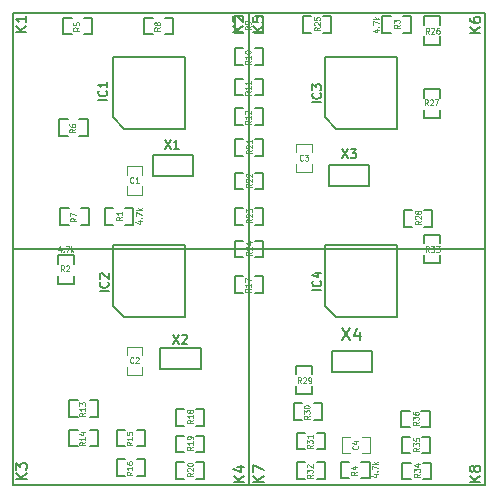
<source format=gto>
G04 (created by PCBNEW (2013-jul-07)-stable) date Mon 20 Apr 2015 12:40:06 PM PDT*
%MOIN*%
G04 Gerber Fmt 3.4, Leading zero omitted, Abs format*
%FSLAX34Y34*%
G01*
G70*
G90*
G04 APERTURE LIST*
%ADD10C,0.00590551*%
%ADD11C,0.008*%
%ADD12C,0.0047*%
%ADD13C,0.006*%
%ADD14C,0.005*%
%ADD15C,0.0045*%
G04 APERTURE END LIST*
G54D10*
G54D11*
X35266Y-35318D02*
X34916Y-35318D01*
X35266Y-35118D02*
X35066Y-35268D01*
X34916Y-35118D02*
X35116Y-35318D01*
X35066Y-34918D02*
X35050Y-34951D01*
X35033Y-34968D01*
X35000Y-34985D01*
X34983Y-34985D01*
X34950Y-34968D01*
X34933Y-34951D01*
X34916Y-34918D01*
X34916Y-34851D01*
X34933Y-34818D01*
X34950Y-34801D01*
X34983Y-34785D01*
X35000Y-34785D01*
X35033Y-34801D01*
X35050Y-34818D01*
X35066Y-34851D01*
X35066Y-34918D01*
X35083Y-34951D01*
X35100Y-34968D01*
X35133Y-34985D01*
X35200Y-34985D01*
X35233Y-34968D01*
X35250Y-34951D01*
X35266Y-34918D01*
X35266Y-34851D01*
X35250Y-34818D01*
X35233Y-34801D01*
X35200Y-34785D01*
X35133Y-34785D01*
X35100Y-34801D01*
X35083Y-34818D01*
X35066Y-34851D01*
X28046Y-35308D02*
X27696Y-35308D01*
X28046Y-35108D02*
X27846Y-35258D01*
X27696Y-35108D02*
X27896Y-35308D01*
X27696Y-34991D02*
X27696Y-34758D01*
X28046Y-34908D01*
X35276Y-20353D02*
X34926Y-20353D01*
X35276Y-20153D02*
X35076Y-20303D01*
X34926Y-20153D02*
X35126Y-20353D01*
X34926Y-19853D02*
X34926Y-19920D01*
X34943Y-19953D01*
X34960Y-19970D01*
X35010Y-20003D01*
X35076Y-20020D01*
X35210Y-20020D01*
X35243Y-20003D01*
X35260Y-19986D01*
X35276Y-19953D01*
X35276Y-19886D01*
X35260Y-19853D01*
X35243Y-19836D01*
X35210Y-19820D01*
X35126Y-19820D01*
X35093Y-19836D01*
X35076Y-19853D01*
X35060Y-19886D01*
X35060Y-19953D01*
X35076Y-19986D01*
X35093Y-20003D01*
X35126Y-20020D01*
X28041Y-20333D02*
X27691Y-20333D01*
X28041Y-20133D02*
X27841Y-20283D01*
X27691Y-20133D02*
X27891Y-20333D01*
X27691Y-19816D02*
X27691Y-19983D01*
X27858Y-20000D01*
X27841Y-19983D01*
X27825Y-19950D01*
X27825Y-19866D01*
X27841Y-19833D01*
X27858Y-19816D01*
X27891Y-19800D01*
X27975Y-19800D01*
X28008Y-19816D01*
X28025Y-19833D01*
X28041Y-19866D01*
X28041Y-19950D01*
X28025Y-19983D01*
X28008Y-20000D01*
X27406Y-35308D02*
X27056Y-35308D01*
X27406Y-35108D02*
X27206Y-35258D01*
X27056Y-35108D02*
X27256Y-35308D01*
X27173Y-34808D02*
X27406Y-34808D01*
X27040Y-34891D02*
X27290Y-34975D01*
X27290Y-34758D01*
X20146Y-35238D02*
X19796Y-35238D01*
X20146Y-35038D02*
X19946Y-35188D01*
X19796Y-35038D02*
X19996Y-35238D01*
X19796Y-34921D02*
X19796Y-34705D01*
X19930Y-34821D01*
X19930Y-34771D01*
X19946Y-34738D01*
X19963Y-34721D01*
X19996Y-34705D01*
X20080Y-34705D01*
X20113Y-34721D01*
X20130Y-34738D01*
X20146Y-34771D01*
X20146Y-34871D01*
X20130Y-34905D01*
X20113Y-34921D01*
X27371Y-20318D02*
X27021Y-20318D01*
X27371Y-20118D02*
X27171Y-20268D01*
X27021Y-20118D02*
X27221Y-20318D01*
X27055Y-19985D02*
X27038Y-19968D01*
X27021Y-19935D01*
X27021Y-19851D01*
X27038Y-19818D01*
X27055Y-19801D01*
X27088Y-19785D01*
X27121Y-19785D01*
X27171Y-19801D01*
X27371Y-20001D01*
X27371Y-19785D01*
X20141Y-20328D02*
X19791Y-20328D01*
X20141Y-20128D02*
X19941Y-20278D01*
X19791Y-20128D02*
X19991Y-20328D01*
X20141Y-19795D02*
X20141Y-19995D01*
X20141Y-19895D02*
X19791Y-19895D01*
X19841Y-19928D01*
X19875Y-19961D01*
X19891Y-19995D01*
G54D12*
X23484Y-25472D02*
X23484Y-25747D01*
X23484Y-25078D02*
X23484Y-24803D01*
X23996Y-25472D02*
X23996Y-25747D01*
X23996Y-24803D02*
X23996Y-25078D01*
X23990Y-25747D02*
X23490Y-25747D01*
X23490Y-24803D02*
X23990Y-24803D01*
G54D11*
X24370Y-24409D02*
X25708Y-24409D01*
X25708Y-24409D02*
X25708Y-25117D01*
X25708Y-25117D02*
X24370Y-25117D01*
X24370Y-25117D02*
X24370Y-24409D01*
X24606Y-30866D02*
X25944Y-30866D01*
X25944Y-30866D02*
X25944Y-31574D01*
X25944Y-31574D02*
X24606Y-31574D01*
X24606Y-31574D02*
X24606Y-30866D01*
X30236Y-24764D02*
X31574Y-24764D01*
X31574Y-24764D02*
X31574Y-25472D01*
X31574Y-25472D02*
X30236Y-25472D01*
X30236Y-25472D02*
X30236Y-24764D01*
X30315Y-30945D02*
X31653Y-30945D01*
X31653Y-30945D02*
X31653Y-31653D01*
X31653Y-31653D02*
X30315Y-31653D01*
X30315Y-31653D02*
X30315Y-30945D01*
G54D12*
X23484Y-31496D02*
X23484Y-31771D01*
X23484Y-31102D02*
X23484Y-30827D01*
X23996Y-31496D02*
X23996Y-31771D01*
X23996Y-30827D02*
X23996Y-31102D01*
X23990Y-31771D02*
X23490Y-31771D01*
X23490Y-30827D02*
X23990Y-30827D01*
G54D13*
X23012Y-23167D02*
X23012Y-21517D01*
X23012Y-21517D02*
X23012Y-21142D01*
X23012Y-21142D02*
X25412Y-21142D01*
X25412Y-21142D02*
X25412Y-23542D01*
X25412Y-23542D02*
X23387Y-23542D01*
X23387Y-23542D02*
X23012Y-23167D01*
X23012Y-29466D02*
X23012Y-27816D01*
X23012Y-27816D02*
X23012Y-27441D01*
X23012Y-27441D02*
X25412Y-27441D01*
X25412Y-27441D02*
X25412Y-29841D01*
X25412Y-29841D02*
X23387Y-29841D01*
X23387Y-29841D02*
X23012Y-29466D01*
X30099Y-23167D02*
X30099Y-21517D01*
X30099Y-21517D02*
X30099Y-21142D01*
X30099Y-21142D02*
X32499Y-21142D01*
X32499Y-21142D02*
X32499Y-23542D01*
X32499Y-23542D02*
X30474Y-23542D01*
X30474Y-23542D02*
X30099Y-23167D01*
X30099Y-29466D02*
X30099Y-27816D01*
X30099Y-27816D02*
X30099Y-27441D01*
X30099Y-27441D02*
X32499Y-27441D01*
X32499Y-27441D02*
X32499Y-29841D01*
X32499Y-29841D02*
X30474Y-29841D01*
X30474Y-29841D02*
X30099Y-29466D01*
G54D12*
X29133Y-24724D02*
X29133Y-24999D01*
X29133Y-24330D02*
X29133Y-24055D01*
X29645Y-24724D02*
X29645Y-24999D01*
X29645Y-24055D02*
X29645Y-24330D01*
X29639Y-24999D02*
X29139Y-24999D01*
X29139Y-24055D02*
X29639Y-24055D01*
X31319Y-34350D02*
X31594Y-34350D01*
X30925Y-34350D02*
X30650Y-34350D01*
X31319Y-33838D02*
X31594Y-33838D01*
X30650Y-33838D02*
X30925Y-33838D01*
X31594Y-33844D02*
X31594Y-34344D01*
X30650Y-34344D02*
X30650Y-33844D01*
G54D14*
X32913Y-32953D02*
X32635Y-32953D01*
X32635Y-32953D02*
X32635Y-33503D01*
X32635Y-33503D02*
X32913Y-33503D01*
X33585Y-32953D02*
X33307Y-32953D01*
X33585Y-32953D02*
X33585Y-33503D01*
X33585Y-33503D02*
X33307Y-33503D01*
X32932Y-33819D02*
X32654Y-33819D01*
X32654Y-33819D02*
X32654Y-34369D01*
X32654Y-34369D02*
X32932Y-34369D01*
X33604Y-33819D02*
X33326Y-33819D01*
X33604Y-33819D02*
X33604Y-34369D01*
X33604Y-34369D02*
X33326Y-34369D01*
X32952Y-34685D02*
X32674Y-34685D01*
X32674Y-34685D02*
X32674Y-35235D01*
X32674Y-35235D02*
X32952Y-35235D01*
X33624Y-34685D02*
X33346Y-34685D01*
X33624Y-34685D02*
X33624Y-35235D01*
X33624Y-35235D02*
X33346Y-35235D01*
X33936Y-27362D02*
X33936Y-27084D01*
X33936Y-27084D02*
X33386Y-27084D01*
X33386Y-27084D02*
X33386Y-27362D01*
X33936Y-28034D02*
X33936Y-27756D01*
X33936Y-28034D02*
X33386Y-28034D01*
X33386Y-28034D02*
X33386Y-27756D01*
X29822Y-35215D02*
X30100Y-35215D01*
X30100Y-35215D02*
X30100Y-34665D01*
X30100Y-34665D02*
X29822Y-34665D01*
X29150Y-35215D02*
X29428Y-35215D01*
X29150Y-35215D02*
X29150Y-34665D01*
X29150Y-34665D02*
X29428Y-34665D01*
X29822Y-34231D02*
X30100Y-34231D01*
X30100Y-34231D02*
X30100Y-33681D01*
X30100Y-33681D02*
X29822Y-33681D01*
X29150Y-34231D02*
X29428Y-34231D01*
X29150Y-34231D02*
X29150Y-33681D01*
X29150Y-33681D02*
X29428Y-33681D01*
X29724Y-33247D02*
X30002Y-33247D01*
X30002Y-33247D02*
X30002Y-32697D01*
X30002Y-32697D02*
X29724Y-32697D01*
X29052Y-33247D02*
X29330Y-33247D01*
X29052Y-33247D02*
X29052Y-32697D01*
X29052Y-32697D02*
X29330Y-32697D01*
X29664Y-31732D02*
X29664Y-31454D01*
X29664Y-31454D02*
X29114Y-31454D01*
X29114Y-31454D02*
X29114Y-31732D01*
X29664Y-32404D02*
X29664Y-32126D01*
X29664Y-32404D02*
X29114Y-32404D01*
X29114Y-32404D02*
X29114Y-32126D01*
X32991Y-26260D02*
X32713Y-26260D01*
X32713Y-26260D02*
X32713Y-26810D01*
X32713Y-26810D02*
X32991Y-26810D01*
X33663Y-26260D02*
X33385Y-26260D01*
X33663Y-26260D02*
X33663Y-26810D01*
X33663Y-26810D02*
X33385Y-26810D01*
X33386Y-22913D02*
X33386Y-23191D01*
X33386Y-23191D02*
X33936Y-23191D01*
X33936Y-23191D02*
X33936Y-22913D01*
X33386Y-22241D02*
X33386Y-22519D01*
X33386Y-22241D02*
X33936Y-22241D01*
X33936Y-22241D02*
X33936Y-22519D01*
X33936Y-20078D02*
X33936Y-19800D01*
X33936Y-19800D02*
X33386Y-19800D01*
X33386Y-19800D02*
X33386Y-20078D01*
X33936Y-20750D02*
X33936Y-20472D01*
X33936Y-20750D02*
X33386Y-20750D01*
X33386Y-20750D02*
X33386Y-20472D01*
X29625Y-19803D02*
X29347Y-19803D01*
X29347Y-19803D02*
X29347Y-20353D01*
X29347Y-20353D02*
X29625Y-20353D01*
X30297Y-19803D02*
X30019Y-19803D01*
X30297Y-19803D02*
X30297Y-20353D01*
X30297Y-20353D02*
X30019Y-20353D01*
X27362Y-27284D02*
X27084Y-27284D01*
X27084Y-27284D02*
X27084Y-27834D01*
X27084Y-27834D02*
X27362Y-27834D01*
X28034Y-27284D02*
X27756Y-27284D01*
X28034Y-27284D02*
X28034Y-27834D01*
X28034Y-27834D02*
X27756Y-27834D01*
X27362Y-26201D02*
X27084Y-26201D01*
X27084Y-26201D02*
X27084Y-26751D01*
X27084Y-26751D02*
X27362Y-26751D01*
X28034Y-26201D02*
X27756Y-26201D01*
X28034Y-26201D02*
X28034Y-26751D01*
X28034Y-26751D02*
X27756Y-26751D01*
X27362Y-25020D02*
X27084Y-25020D01*
X27084Y-25020D02*
X27084Y-25570D01*
X27084Y-25570D02*
X27362Y-25570D01*
X28034Y-25020D02*
X27756Y-25020D01*
X28034Y-25020D02*
X28034Y-25570D01*
X28034Y-25570D02*
X27756Y-25570D01*
X27362Y-23898D02*
X27084Y-23898D01*
X27084Y-23898D02*
X27084Y-24448D01*
X27084Y-24448D02*
X27362Y-24448D01*
X28034Y-23898D02*
X27756Y-23898D01*
X28034Y-23898D02*
X28034Y-24448D01*
X28034Y-24448D02*
X27756Y-24448D01*
X25393Y-34665D02*
X25115Y-34665D01*
X25115Y-34665D02*
X25115Y-35215D01*
X25115Y-35215D02*
X25393Y-35215D01*
X26065Y-34665D02*
X25787Y-34665D01*
X26065Y-34665D02*
X26065Y-35215D01*
X26065Y-35215D02*
X25787Y-35215D01*
X25393Y-33780D02*
X25115Y-33780D01*
X25115Y-33780D02*
X25115Y-34330D01*
X25115Y-34330D02*
X25393Y-34330D01*
X26065Y-33780D02*
X25787Y-33780D01*
X26065Y-33780D02*
X26065Y-34330D01*
X26065Y-34330D02*
X25787Y-34330D01*
X25393Y-32894D02*
X25115Y-32894D01*
X25115Y-32894D02*
X25115Y-33444D01*
X25115Y-33444D02*
X25393Y-33444D01*
X26065Y-32894D02*
X25787Y-32894D01*
X26065Y-32894D02*
X26065Y-33444D01*
X26065Y-33444D02*
X25787Y-33444D01*
X27756Y-29015D02*
X28034Y-29015D01*
X28034Y-29015D02*
X28034Y-28465D01*
X28034Y-28465D02*
X27756Y-28465D01*
X27084Y-29015D02*
X27362Y-29015D01*
X27084Y-29015D02*
X27084Y-28465D01*
X27084Y-28465D02*
X27362Y-28465D01*
X23819Y-35117D02*
X24097Y-35117D01*
X24097Y-35117D02*
X24097Y-34567D01*
X24097Y-34567D02*
X23819Y-34567D01*
X23147Y-35117D02*
X23425Y-35117D01*
X23147Y-35117D02*
X23147Y-34567D01*
X23147Y-34567D02*
X23425Y-34567D01*
X23819Y-34133D02*
X24097Y-34133D01*
X24097Y-34133D02*
X24097Y-33583D01*
X24097Y-33583D02*
X23819Y-33583D01*
X23147Y-34133D02*
X23425Y-34133D01*
X23147Y-34133D02*
X23147Y-33583D01*
X23147Y-33583D02*
X23425Y-33583D01*
X22244Y-34133D02*
X22522Y-34133D01*
X22522Y-34133D02*
X22522Y-33583D01*
X22522Y-33583D02*
X22244Y-33583D01*
X21572Y-34133D02*
X21850Y-34133D01*
X21572Y-34133D02*
X21572Y-33583D01*
X21572Y-33583D02*
X21850Y-33583D01*
X22244Y-33149D02*
X22522Y-33149D01*
X22522Y-33149D02*
X22522Y-32599D01*
X22522Y-32599D02*
X22244Y-32599D01*
X21572Y-33149D02*
X21850Y-33149D01*
X21572Y-33149D02*
X21572Y-32599D01*
X21572Y-32599D02*
X21850Y-32599D01*
X27756Y-23424D02*
X28034Y-23424D01*
X28034Y-23424D02*
X28034Y-22874D01*
X28034Y-22874D02*
X27756Y-22874D01*
X27084Y-23424D02*
X27362Y-23424D01*
X27084Y-23424D02*
X27084Y-22874D01*
X27084Y-22874D02*
X27362Y-22874D01*
X27756Y-22440D02*
X28034Y-22440D01*
X28034Y-22440D02*
X28034Y-21890D01*
X28034Y-21890D02*
X27756Y-21890D01*
X27084Y-22440D02*
X27362Y-22440D01*
X27084Y-22440D02*
X27084Y-21890D01*
X27084Y-21890D02*
X27362Y-21890D01*
X27756Y-21416D02*
X28034Y-21416D01*
X28034Y-21416D02*
X28034Y-20866D01*
X28034Y-20866D02*
X27756Y-20866D01*
X27084Y-21416D02*
X27362Y-21416D01*
X27084Y-21416D02*
X27084Y-20866D01*
X27084Y-20866D02*
X27362Y-20866D01*
X27756Y-20353D02*
X28034Y-20353D01*
X28034Y-20353D02*
X28034Y-19803D01*
X28034Y-19803D02*
X27756Y-19803D01*
X27084Y-20353D02*
X27362Y-20353D01*
X27084Y-20353D02*
X27084Y-19803D01*
X27084Y-19803D02*
X27362Y-19803D01*
X24744Y-20393D02*
X25022Y-20393D01*
X25022Y-20393D02*
X25022Y-19843D01*
X25022Y-19843D02*
X24744Y-19843D01*
X24072Y-20393D02*
X24350Y-20393D01*
X24072Y-20393D02*
X24072Y-19843D01*
X24072Y-19843D02*
X24350Y-19843D01*
X21948Y-26751D02*
X22226Y-26751D01*
X22226Y-26751D02*
X22226Y-26201D01*
X22226Y-26201D02*
X21948Y-26201D01*
X21276Y-26751D02*
X21554Y-26751D01*
X21276Y-26751D02*
X21276Y-26201D01*
X21276Y-26201D02*
X21554Y-26201D01*
X21909Y-23778D02*
X22187Y-23778D01*
X22187Y-23778D02*
X22187Y-23228D01*
X22187Y-23228D02*
X21909Y-23228D01*
X21237Y-23778D02*
X21515Y-23778D01*
X21237Y-23778D02*
X21237Y-23228D01*
X21237Y-23228D02*
X21515Y-23228D01*
X22047Y-20393D02*
X22325Y-20393D01*
X22325Y-20393D02*
X22325Y-19843D01*
X22325Y-19843D02*
X22047Y-19843D01*
X21375Y-20393D02*
X21653Y-20393D01*
X21375Y-20393D02*
X21375Y-19843D01*
X21375Y-19843D02*
X21653Y-19843D01*
X31299Y-35196D02*
X31577Y-35196D01*
X31577Y-35196D02*
X31577Y-34646D01*
X31577Y-34646D02*
X31299Y-34646D01*
X30627Y-35196D02*
X30905Y-35196D01*
X30627Y-35196D02*
X30627Y-34646D01*
X30627Y-34646D02*
X30905Y-34646D01*
X32283Y-19803D02*
X32005Y-19803D01*
X32005Y-19803D02*
X32005Y-20353D01*
X32005Y-20353D02*
X32283Y-20353D01*
X32955Y-19803D02*
X32677Y-19803D01*
X32955Y-19803D02*
X32955Y-20353D01*
X32955Y-20353D02*
X32677Y-20353D01*
X21181Y-28445D02*
X21181Y-28723D01*
X21181Y-28723D02*
X21731Y-28723D01*
X21731Y-28723D02*
X21731Y-28445D01*
X21181Y-27773D02*
X21181Y-28051D01*
X21181Y-27773D02*
X21731Y-27773D01*
X21731Y-27773D02*
X21731Y-28051D01*
X23031Y-26201D02*
X22753Y-26201D01*
X22753Y-26201D02*
X22753Y-26751D01*
X22753Y-26751D02*
X23031Y-26751D01*
X23703Y-26201D02*
X23425Y-26201D01*
X23703Y-26201D02*
X23703Y-26751D01*
X23703Y-26751D02*
X23425Y-26751D01*
G54D10*
X31496Y-27559D02*
X35433Y-27559D01*
X35433Y-27559D02*
X35433Y-35433D01*
X35433Y-35433D02*
X27559Y-35433D01*
X27559Y-35433D02*
X27559Y-27559D01*
X27559Y-27559D02*
X31692Y-27559D01*
X31496Y-19685D02*
X35433Y-19685D01*
X35433Y-19685D02*
X35433Y-27559D01*
X35433Y-27559D02*
X27559Y-27559D01*
X27559Y-27559D02*
X27559Y-19685D01*
X27559Y-19685D02*
X31692Y-19685D01*
X23622Y-27559D02*
X27559Y-27559D01*
X27559Y-27559D02*
X27559Y-35433D01*
X27559Y-35433D02*
X19685Y-35433D01*
X19685Y-35433D02*
X19685Y-27559D01*
X19685Y-27559D02*
X23818Y-27559D01*
X23622Y-19685D02*
X27559Y-19685D01*
X27559Y-19685D02*
X27559Y-27559D01*
X27559Y-27559D02*
X19685Y-27559D01*
X19685Y-27559D02*
X19685Y-19685D01*
X19685Y-19685D02*
X23818Y-19685D01*
G54D15*
X23710Y-25337D02*
X23701Y-25347D01*
X23675Y-25356D01*
X23658Y-25356D01*
X23633Y-25347D01*
X23615Y-25327D01*
X23607Y-25308D01*
X23598Y-25270D01*
X23598Y-25242D01*
X23607Y-25204D01*
X23615Y-25185D01*
X23633Y-25166D01*
X23658Y-25156D01*
X23675Y-25156D01*
X23701Y-25166D01*
X23710Y-25175D01*
X23881Y-25356D02*
X23778Y-25356D01*
X23830Y-25356D02*
X23830Y-25156D01*
X23813Y-25185D01*
X23795Y-25204D01*
X23778Y-25213D01*
G54D13*
X24757Y-23915D02*
X24957Y-24215D01*
X24957Y-23915D02*
X24757Y-24215D01*
X25228Y-24215D02*
X25057Y-24215D01*
X25142Y-24215D02*
X25142Y-23915D01*
X25114Y-23958D01*
X25085Y-23987D01*
X25057Y-24001D01*
X25032Y-30411D02*
X25232Y-30711D01*
X25232Y-30411D02*
X25032Y-30711D01*
X25332Y-30440D02*
X25347Y-30426D01*
X25375Y-30411D01*
X25447Y-30411D01*
X25475Y-30426D01*
X25489Y-30440D01*
X25504Y-30469D01*
X25504Y-30497D01*
X25489Y-30540D01*
X25318Y-30711D01*
X25504Y-30711D01*
X30662Y-24230D02*
X30862Y-24530D01*
X30862Y-24230D02*
X30662Y-24530D01*
X30948Y-24230D02*
X31134Y-24230D01*
X31034Y-24345D01*
X31076Y-24345D01*
X31105Y-24359D01*
X31119Y-24373D01*
X31134Y-24402D01*
X31134Y-24473D01*
X31119Y-24502D01*
X31105Y-24516D01*
X31076Y-24530D01*
X30991Y-24530D01*
X30962Y-24516D01*
X30948Y-24502D01*
G54D11*
X30660Y-30195D02*
X30927Y-30595D01*
X30927Y-30195D02*
X30660Y-30595D01*
X31250Y-30328D02*
X31250Y-30595D01*
X31155Y-30176D02*
X31060Y-30461D01*
X31308Y-30461D01*
G54D15*
X23710Y-31341D02*
X23701Y-31350D01*
X23675Y-31360D01*
X23658Y-31360D01*
X23633Y-31350D01*
X23615Y-31331D01*
X23607Y-31312D01*
X23598Y-31274D01*
X23598Y-31246D01*
X23607Y-31208D01*
X23615Y-31189D01*
X23633Y-31170D01*
X23658Y-31160D01*
X23675Y-31160D01*
X23701Y-31170D01*
X23710Y-31179D01*
X23778Y-31179D02*
X23787Y-31170D01*
X23804Y-31160D01*
X23847Y-31160D01*
X23864Y-31170D01*
X23873Y-31179D01*
X23881Y-31198D01*
X23881Y-31217D01*
X23873Y-31246D01*
X23770Y-31360D01*
X23881Y-31360D01*
G54D13*
X22837Y-22596D02*
X22537Y-22596D01*
X22809Y-22281D02*
X22823Y-22296D01*
X22837Y-22338D01*
X22837Y-22367D01*
X22823Y-22410D01*
X22795Y-22438D01*
X22766Y-22453D01*
X22709Y-22467D01*
X22666Y-22467D01*
X22609Y-22453D01*
X22580Y-22438D01*
X22552Y-22410D01*
X22537Y-22367D01*
X22537Y-22338D01*
X22552Y-22296D01*
X22566Y-22281D01*
X22837Y-21996D02*
X22837Y-22167D01*
X22837Y-22081D02*
X22537Y-22081D01*
X22580Y-22110D01*
X22609Y-22138D01*
X22623Y-22167D01*
X22877Y-28973D02*
X22577Y-28973D01*
X22848Y-28659D02*
X22863Y-28673D01*
X22877Y-28716D01*
X22877Y-28745D01*
X22863Y-28788D01*
X22834Y-28816D01*
X22805Y-28831D01*
X22748Y-28845D01*
X22705Y-28845D01*
X22648Y-28831D01*
X22620Y-28816D01*
X22591Y-28788D01*
X22577Y-28745D01*
X22577Y-28716D01*
X22591Y-28673D01*
X22605Y-28659D01*
X22605Y-28545D02*
X22591Y-28531D01*
X22577Y-28502D01*
X22577Y-28431D01*
X22591Y-28402D01*
X22605Y-28388D01*
X22634Y-28373D01*
X22663Y-28373D01*
X22705Y-28388D01*
X22877Y-28559D01*
X22877Y-28373D01*
X29963Y-22674D02*
X29663Y-22674D01*
X29935Y-22360D02*
X29949Y-22374D01*
X29963Y-22417D01*
X29963Y-22446D01*
X29949Y-22489D01*
X29921Y-22517D01*
X29892Y-22531D01*
X29835Y-22546D01*
X29792Y-22546D01*
X29735Y-22531D01*
X29706Y-22517D01*
X29678Y-22489D01*
X29663Y-22446D01*
X29663Y-22417D01*
X29678Y-22374D01*
X29692Y-22360D01*
X29663Y-22260D02*
X29663Y-22074D01*
X29778Y-22174D01*
X29778Y-22131D01*
X29792Y-22103D01*
X29806Y-22089D01*
X29835Y-22074D01*
X29906Y-22074D01*
X29935Y-22089D01*
X29949Y-22103D01*
X29963Y-22131D01*
X29963Y-22217D01*
X29949Y-22246D01*
X29935Y-22260D01*
X29963Y-28934D02*
X29663Y-28934D01*
X29935Y-28620D02*
X29949Y-28634D01*
X29963Y-28677D01*
X29963Y-28706D01*
X29949Y-28748D01*
X29921Y-28777D01*
X29892Y-28791D01*
X29835Y-28806D01*
X29792Y-28806D01*
X29735Y-28791D01*
X29706Y-28777D01*
X29678Y-28748D01*
X29663Y-28706D01*
X29663Y-28677D01*
X29678Y-28634D01*
X29692Y-28620D01*
X29763Y-28363D02*
X29963Y-28363D01*
X29649Y-28434D02*
X29863Y-28506D01*
X29863Y-28320D01*
G54D15*
X29359Y-24589D02*
X29351Y-24598D01*
X29325Y-24608D01*
X29308Y-24608D01*
X29282Y-24598D01*
X29265Y-24579D01*
X29256Y-24560D01*
X29248Y-24522D01*
X29248Y-24494D01*
X29256Y-24456D01*
X29265Y-24437D01*
X29282Y-24418D01*
X29308Y-24408D01*
X29325Y-24408D01*
X29351Y-24418D01*
X29359Y-24427D01*
X29419Y-24408D02*
X29531Y-24408D01*
X29471Y-24484D01*
X29496Y-24484D01*
X29514Y-24494D01*
X29522Y-24503D01*
X29531Y-24522D01*
X29531Y-24570D01*
X29522Y-24589D01*
X29514Y-24598D01*
X29496Y-24608D01*
X29445Y-24608D01*
X29428Y-24598D01*
X29419Y-24589D01*
X31183Y-34124D02*
X31193Y-34133D01*
X31202Y-34158D01*
X31202Y-34175D01*
X31193Y-34201D01*
X31174Y-34218D01*
X31155Y-34227D01*
X31117Y-34235D01*
X31088Y-34235D01*
X31050Y-34227D01*
X31031Y-34218D01*
X31012Y-34201D01*
X31002Y-34175D01*
X31002Y-34158D01*
X31012Y-34133D01*
X31022Y-34124D01*
X31069Y-33970D02*
X31202Y-33970D01*
X30993Y-34013D02*
X31136Y-34055D01*
X31136Y-33944D01*
X33214Y-33319D02*
X33121Y-33379D01*
X33214Y-33421D02*
X33017Y-33421D01*
X33017Y-33353D01*
X33027Y-33336D01*
X33036Y-33327D01*
X33055Y-33319D01*
X33083Y-33319D01*
X33102Y-33327D01*
X33111Y-33336D01*
X33121Y-33353D01*
X33121Y-33421D01*
X33017Y-33259D02*
X33017Y-33147D01*
X33093Y-33207D01*
X33093Y-33181D01*
X33102Y-33164D01*
X33111Y-33156D01*
X33130Y-33147D01*
X33177Y-33147D01*
X33196Y-33156D01*
X33205Y-33164D01*
X33214Y-33181D01*
X33214Y-33233D01*
X33205Y-33250D01*
X33196Y-33259D01*
X33017Y-32993D02*
X33017Y-33027D01*
X33027Y-33044D01*
X33036Y-33053D01*
X33064Y-33070D01*
X33102Y-33079D01*
X33177Y-33079D01*
X33196Y-33070D01*
X33205Y-33061D01*
X33214Y-33044D01*
X33214Y-33010D01*
X33205Y-32993D01*
X33196Y-32984D01*
X33177Y-32976D01*
X33130Y-32976D01*
X33111Y-32984D01*
X33102Y-32993D01*
X33093Y-33010D01*
X33093Y-33044D01*
X33102Y-33061D01*
X33111Y-33070D01*
X33130Y-33079D01*
X33234Y-34185D02*
X33140Y-34245D01*
X33234Y-34288D02*
X33037Y-34288D01*
X33037Y-34219D01*
X33047Y-34202D01*
X33056Y-34193D01*
X33075Y-34185D01*
X33103Y-34185D01*
X33122Y-34193D01*
X33131Y-34202D01*
X33140Y-34219D01*
X33140Y-34288D01*
X33037Y-34125D02*
X33037Y-34013D01*
X33112Y-34073D01*
X33112Y-34048D01*
X33122Y-34030D01*
X33131Y-34022D01*
X33150Y-34013D01*
X33197Y-34013D01*
X33215Y-34022D01*
X33225Y-34030D01*
X33234Y-34048D01*
X33234Y-34099D01*
X33225Y-34116D01*
X33215Y-34125D01*
X33037Y-33850D02*
X33037Y-33936D01*
X33131Y-33945D01*
X33122Y-33936D01*
X33112Y-33919D01*
X33112Y-33876D01*
X33122Y-33859D01*
X33131Y-33850D01*
X33150Y-33842D01*
X33197Y-33842D01*
X33215Y-33850D01*
X33225Y-33859D01*
X33234Y-33876D01*
X33234Y-33919D01*
X33225Y-33936D01*
X33215Y-33945D01*
X33254Y-35051D02*
X33160Y-35111D01*
X33254Y-35154D02*
X33057Y-35154D01*
X33057Y-35085D01*
X33066Y-35068D01*
X33076Y-35059D01*
X33094Y-35051D01*
X33123Y-35051D01*
X33141Y-35059D01*
X33151Y-35068D01*
X33160Y-35085D01*
X33160Y-35154D01*
X33057Y-34991D02*
X33057Y-34879D01*
X33132Y-34939D01*
X33132Y-34914D01*
X33141Y-34897D01*
X33151Y-34888D01*
X33169Y-34879D01*
X33216Y-34879D01*
X33235Y-34888D01*
X33244Y-34897D01*
X33254Y-34914D01*
X33254Y-34965D01*
X33244Y-34982D01*
X33235Y-34991D01*
X33123Y-34725D02*
X33254Y-34725D01*
X33047Y-34768D02*
X33188Y-34811D01*
X33188Y-34699D01*
X33570Y-27663D02*
X33510Y-27569D01*
X33467Y-27663D02*
X33467Y-27466D01*
X33536Y-27466D01*
X33553Y-27476D01*
X33562Y-27485D01*
X33570Y-27504D01*
X33570Y-27532D01*
X33562Y-27551D01*
X33553Y-27560D01*
X33536Y-27569D01*
X33467Y-27569D01*
X33630Y-27466D02*
X33742Y-27466D01*
X33682Y-27541D01*
X33707Y-27541D01*
X33724Y-27551D01*
X33733Y-27560D01*
X33742Y-27579D01*
X33742Y-27626D01*
X33733Y-27645D01*
X33724Y-27654D01*
X33707Y-27663D01*
X33656Y-27663D01*
X33639Y-27654D01*
X33630Y-27645D01*
X33802Y-27466D02*
X33913Y-27466D01*
X33853Y-27541D01*
X33879Y-27541D01*
X33896Y-27551D01*
X33904Y-27560D01*
X33913Y-27579D01*
X33913Y-27626D01*
X33904Y-27645D01*
X33896Y-27654D01*
X33879Y-27663D01*
X33827Y-27663D01*
X33810Y-27654D01*
X33802Y-27645D01*
X29680Y-35081D02*
X29586Y-35141D01*
X29680Y-35184D02*
X29483Y-35184D01*
X29483Y-35115D01*
X29493Y-35098D01*
X29502Y-35090D01*
X29521Y-35081D01*
X29549Y-35081D01*
X29568Y-35090D01*
X29577Y-35098D01*
X29586Y-35115D01*
X29586Y-35184D01*
X29483Y-35021D02*
X29483Y-34910D01*
X29558Y-34970D01*
X29558Y-34944D01*
X29568Y-34927D01*
X29577Y-34918D01*
X29596Y-34910D01*
X29643Y-34910D01*
X29661Y-34918D01*
X29671Y-34927D01*
X29680Y-34944D01*
X29680Y-34995D01*
X29671Y-35013D01*
X29661Y-35021D01*
X29502Y-34841D02*
X29493Y-34833D01*
X29483Y-34815D01*
X29483Y-34773D01*
X29493Y-34755D01*
X29502Y-34747D01*
X29521Y-34738D01*
X29540Y-34738D01*
X29568Y-34747D01*
X29680Y-34850D01*
X29680Y-34738D01*
X29680Y-34097D02*
X29586Y-34157D01*
X29680Y-34200D02*
X29483Y-34200D01*
X29483Y-34131D01*
X29493Y-34114D01*
X29502Y-34105D01*
X29521Y-34097D01*
X29549Y-34097D01*
X29568Y-34105D01*
X29577Y-34114D01*
X29586Y-34131D01*
X29586Y-34200D01*
X29483Y-34037D02*
X29483Y-33925D01*
X29558Y-33985D01*
X29558Y-33960D01*
X29568Y-33943D01*
X29577Y-33934D01*
X29596Y-33925D01*
X29643Y-33925D01*
X29661Y-33934D01*
X29671Y-33943D01*
X29680Y-33960D01*
X29680Y-34011D01*
X29671Y-34028D01*
X29661Y-34037D01*
X29680Y-33754D02*
X29680Y-33857D01*
X29680Y-33805D02*
X29483Y-33805D01*
X29511Y-33823D01*
X29530Y-33840D01*
X29540Y-33857D01*
X29582Y-33113D02*
X29488Y-33173D01*
X29582Y-33216D02*
X29385Y-33216D01*
X29385Y-33147D01*
X29394Y-33130D01*
X29404Y-33121D01*
X29422Y-33113D01*
X29450Y-33113D01*
X29469Y-33121D01*
X29479Y-33130D01*
X29488Y-33147D01*
X29488Y-33216D01*
X29385Y-33053D02*
X29385Y-32941D01*
X29460Y-33001D01*
X29460Y-32976D01*
X29469Y-32958D01*
X29479Y-32950D01*
X29497Y-32941D01*
X29544Y-32941D01*
X29563Y-32950D01*
X29572Y-32958D01*
X29582Y-32976D01*
X29582Y-33027D01*
X29572Y-33044D01*
X29563Y-33053D01*
X29385Y-32830D02*
X29385Y-32813D01*
X29394Y-32796D01*
X29404Y-32787D01*
X29422Y-32778D01*
X29460Y-32770D01*
X29507Y-32770D01*
X29544Y-32778D01*
X29563Y-32787D01*
X29572Y-32796D01*
X29582Y-32813D01*
X29582Y-32830D01*
X29572Y-32847D01*
X29563Y-32856D01*
X29544Y-32864D01*
X29507Y-32873D01*
X29460Y-32873D01*
X29422Y-32864D01*
X29404Y-32856D01*
X29394Y-32847D01*
X29385Y-32830D01*
X29299Y-32033D02*
X29239Y-31940D01*
X29196Y-32033D02*
X29196Y-31836D01*
X29264Y-31836D01*
X29281Y-31846D01*
X29290Y-31855D01*
X29299Y-31874D01*
X29299Y-31902D01*
X29290Y-31921D01*
X29281Y-31930D01*
X29264Y-31940D01*
X29196Y-31940D01*
X29367Y-31855D02*
X29376Y-31846D01*
X29393Y-31836D01*
X29436Y-31836D01*
X29453Y-31846D01*
X29461Y-31855D01*
X29470Y-31874D01*
X29470Y-31893D01*
X29461Y-31921D01*
X29359Y-32033D01*
X29470Y-32033D01*
X29556Y-32033D02*
X29590Y-32033D01*
X29607Y-32024D01*
X29616Y-32015D01*
X29633Y-31986D01*
X29641Y-31949D01*
X29641Y-31874D01*
X29633Y-31855D01*
X29624Y-31846D01*
X29607Y-31836D01*
X29573Y-31836D01*
X29556Y-31846D01*
X29547Y-31855D01*
X29539Y-31874D01*
X29539Y-31921D01*
X29547Y-31940D01*
X29556Y-31949D01*
X29573Y-31958D01*
X29607Y-31958D01*
X29624Y-31949D01*
X29633Y-31940D01*
X29641Y-31921D01*
X33293Y-26626D02*
X33199Y-26686D01*
X33293Y-26729D02*
X33096Y-26729D01*
X33096Y-26660D01*
X33106Y-26643D01*
X33115Y-26634D01*
X33134Y-26626D01*
X33162Y-26626D01*
X33181Y-26634D01*
X33190Y-26643D01*
X33199Y-26660D01*
X33199Y-26729D01*
X33115Y-26557D02*
X33106Y-26549D01*
X33096Y-26531D01*
X33096Y-26489D01*
X33106Y-26471D01*
X33115Y-26463D01*
X33134Y-26454D01*
X33153Y-26454D01*
X33181Y-26463D01*
X33293Y-26566D01*
X33293Y-26454D01*
X33181Y-26351D02*
X33171Y-26369D01*
X33162Y-26377D01*
X33143Y-26386D01*
X33134Y-26386D01*
X33115Y-26377D01*
X33106Y-26369D01*
X33096Y-26351D01*
X33096Y-26317D01*
X33106Y-26300D01*
X33115Y-26291D01*
X33134Y-26283D01*
X33143Y-26283D01*
X33162Y-26291D01*
X33171Y-26300D01*
X33181Y-26317D01*
X33181Y-26351D01*
X33190Y-26369D01*
X33199Y-26377D01*
X33218Y-26386D01*
X33256Y-26386D01*
X33274Y-26377D01*
X33284Y-26369D01*
X33293Y-26351D01*
X33293Y-26317D01*
X33284Y-26300D01*
X33274Y-26291D01*
X33256Y-26283D01*
X33218Y-26283D01*
X33199Y-26291D01*
X33190Y-26300D01*
X33181Y-26317D01*
X33520Y-22771D02*
X33460Y-22677D01*
X33417Y-22771D02*
X33417Y-22574D01*
X33486Y-22574D01*
X33503Y-22583D01*
X33512Y-22593D01*
X33520Y-22611D01*
X33520Y-22639D01*
X33512Y-22658D01*
X33503Y-22668D01*
X33486Y-22677D01*
X33417Y-22677D01*
X33589Y-22593D02*
X33597Y-22583D01*
X33614Y-22574D01*
X33657Y-22574D01*
X33674Y-22583D01*
X33683Y-22593D01*
X33692Y-22611D01*
X33692Y-22630D01*
X33683Y-22658D01*
X33580Y-22771D01*
X33692Y-22771D01*
X33752Y-22574D02*
X33872Y-22574D01*
X33794Y-22771D01*
X33570Y-20380D02*
X33510Y-20286D01*
X33467Y-20380D02*
X33467Y-20183D01*
X33536Y-20183D01*
X33553Y-20192D01*
X33562Y-20202D01*
X33570Y-20220D01*
X33570Y-20248D01*
X33562Y-20267D01*
X33553Y-20277D01*
X33536Y-20286D01*
X33467Y-20286D01*
X33639Y-20202D02*
X33647Y-20192D01*
X33664Y-20183D01*
X33707Y-20183D01*
X33724Y-20192D01*
X33733Y-20202D01*
X33742Y-20220D01*
X33742Y-20239D01*
X33733Y-20267D01*
X33630Y-20380D01*
X33742Y-20380D01*
X33896Y-20183D02*
X33862Y-20183D01*
X33844Y-20192D01*
X33836Y-20202D01*
X33819Y-20230D01*
X33810Y-20267D01*
X33810Y-20342D01*
X33819Y-20361D01*
X33827Y-20370D01*
X33844Y-20380D01*
X33879Y-20380D01*
X33896Y-20370D01*
X33904Y-20361D01*
X33913Y-20342D01*
X33913Y-20295D01*
X33904Y-20277D01*
X33896Y-20267D01*
X33879Y-20258D01*
X33844Y-20258D01*
X33827Y-20267D01*
X33819Y-20277D01*
X33810Y-20295D01*
X29927Y-20169D02*
X29833Y-20229D01*
X29927Y-20272D02*
X29730Y-20272D01*
X29730Y-20203D01*
X29739Y-20186D01*
X29749Y-20178D01*
X29768Y-20169D01*
X29796Y-20169D01*
X29815Y-20178D01*
X29824Y-20186D01*
X29833Y-20203D01*
X29833Y-20272D01*
X29749Y-20100D02*
X29739Y-20092D01*
X29730Y-20075D01*
X29730Y-20032D01*
X29739Y-20015D01*
X29749Y-20006D01*
X29768Y-19998D01*
X29786Y-19998D01*
X29815Y-20006D01*
X29927Y-20109D01*
X29927Y-19998D01*
X29730Y-19835D02*
X29730Y-19920D01*
X29824Y-19929D01*
X29815Y-19920D01*
X29805Y-19903D01*
X29805Y-19860D01*
X29815Y-19843D01*
X29824Y-19835D01*
X29843Y-19826D01*
X29890Y-19826D01*
X29908Y-19835D01*
X29918Y-19843D01*
X29927Y-19860D01*
X29927Y-19903D01*
X29918Y-19920D01*
X29908Y-19929D01*
X27663Y-27649D02*
X27569Y-27709D01*
X27663Y-27752D02*
X27466Y-27752D01*
X27466Y-27684D01*
X27476Y-27666D01*
X27485Y-27658D01*
X27504Y-27649D01*
X27532Y-27649D01*
X27551Y-27658D01*
X27560Y-27666D01*
X27569Y-27684D01*
X27569Y-27752D01*
X27485Y-27581D02*
X27476Y-27572D01*
X27466Y-27555D01*
X27466Y-27512D01*
X27476Y-27495D01*
X27485Y-27486D01*
X27504Y-27478D01*
X27523Y-27478D01*
X27551Y-27486D01*
X27663Y-27589D01*
X27663Y-27478D01*
X27532Y-27324D02*
X27663Y-27324D01*
X27457Y-27366D02*
X27598Y-27409D01*
X27598Y-27298D01*
X27663Y-26567D02*
X27569Y-26627D01*
X27663Y-26669D02*
X27466Y-26669D01*
X27466Y-26601D01*
X27476Y-26584D01*
X27485Y-26575D01*
X27504Y-26567D01*
X27532Y-26567D01*
X27551Y-26575D01*
X27560Y-26584D01*
X27569Y-26601D01*
X27569Y-26669D01*
X27485Y-26498D02*
X27476Y-26489D01*
X27466Y-26472D01*
X27466Y-26429D01*
X27476Y-26412D01*
X27485Y-26404D01*
X27504Y-26395D01*
X27523Y-26395D01*
X27551Y-26404D01*
X27663Y-26507D01*
X27663Y-26395D01*
X27466Y-26335D02*
X27466Y-26224D01*
X27541Y-26284D01*
X27541Y-26258D01*
X27551Y-26241D01*
X27560Y-26232D01*
X27579Y-26224D01*
X27626Y-26224D01*
X27645Y-26232D01*
X27654Y-26241D01*
X27663Y-26258D01*
X27663Y-26309D01*
X27654Y-26327D01*
X27645Y-26335D01*
X27663Y-25385D02*
X27569Y-25445D01*
X27663Y-25488D02*
X27466Y-25488D01*
X27466Y-25420D01*
X27476Y-25403D01*
X27485Y-25394D01*
X27504Y-25385D01*
X27532Y-25385D01*
X27551Y-25394D01*
X27560Y-25403D01*
X27569Y-25420D01*
X27569Y-25488D01*
X27485Y-25317D02*
X27476Y-25308D01*
X27466Y-25291D01*
X27466Y-25248D01*
X27476Y-25231D01*
X27485Y-25223D01*
X27504Y-25214D01*
X27523Y-25214D01*
X27551Y-25223D01*
X27663Y-25325D01*
X27663Y-25214D01*
X27485Y-25145D02*
X27476Y-25137D01*
X27466Y-25120D01*
X27466Y-25077D01*
X27476Y-25060D01*
X27485Y-25051D01*
X27504Y-25043D01*
X27523Y-25043D01*
X27551Y-25051D01*
X27663Y-25154D01*
X27663Y-25043D01*
X27663Y-24263D02*
X27569Y-24323D01*
X27663Y-24366D02*
X27466Y-24366D01*
X27466Y-24298D01*
X27476Y-24281D01*
X27485Y-24272D01*
X27504Y-24263D01*
X27532Y-24263D01*
X27551Y-24272D01*
X27560Y-24281D01*
X27569Y-24298D01*
X27569Y-24366D01*
X27485Y-24195D02*
X27476Y-24186D01*
X27466Y-24169D01*
X27466Y-24126D01*
X27476Y-24109D01*
X27485Y-24101D01*
X27504Y-24092D01*
X27523Y-24092D01*
X27551Y-24101D01*
X27663Y-24203D01*
X27663Y-24092D01*
X27663Y-23921D02*
X27663Y-24023D01*
X27663Y-23972D02*
X27466Y-23972D01*
X27494Y-23989D01*
X27513Y-24006D01*
X27523Y-24023D01*
X25695Y-35031D02*
X25601Y-35091D01*
X25695Y-35134D02*
X25498Y-35134D01*
X25498Y-35065D01*
X25507Y-35048D01*
X25517Y-35040D01*
X25535Y-35031D01*
X25563Y-35031D01*
X25582Y-35040D01*
X25592Y-35048D01*
X25601Y-35065D01*
X25601Y-35134D01*
X25517Y-34963D02*
X25507Y-34954D01*
X25498Y-34937D01*
X25498Y-34894D01*
X25507Y-34877D01*
X25517Y-34868D01*
X25535Y-34860D01*
X25554Y-34860D01*
X25582Y-34868D01*
X25695Y-34971D01*
X25695Y-34860D01*
X25498Y-34748D02*
X25498Y-34731D01*
X25507Y-34714D01*
X25517Y-34705D01*
X25535Y-34697D01*
X25573Y-34688D01*
X25620Y-34688D01*
X25657Y-34697D01*
X25676Y-34705D01*
X25685Y-34714D01*
X25695Y-34731D01*
X25695Y-34748D01*
X25685Y-34765D01*
X25676Y-34774D01*
X25657Y-34783D01*
X25620Y-34791D01*
X25573Y-34791D01*
X25535Y-34783D01*
X25517Y-34774D01*
X25507Y-34765D01*
X25498Y-34748D01*
X25695Y-34145D02*
X25601Y-34205D01*
X25695Y-34248D02*
X25498Y-34248D01*
X25498Y-34180D01*
X25507Y-34162D01*
X25517Y-34154D01*
X25535Y-34145D01*
X25563Y-34145D01*
X25582Y-34154D01*
X25592Y-34162D01*
X25601Y-34180D01*
X25601Y-34248D01*
X25695Y-33974D02*
X25695Y-34077D01*
X25695Y-34025D02*
X25498Y-34025D01*
X25526Y-34042D01*
X25545Y-34060D01*
X25554Y-34077D01*
X25695Y-33888D02*
X25695Y-33854D01*
X25685Y-33837D01*
X25676Y-33828D01*
X25648Y-33811D01*
X25610Y-33802D01*
X25535Y-33802D01*
X25517Y-33811D01*
X25507Y-33820D01*
X25498Y-33837D01*
X25498Y-33871D01*
X25507Y-33888D01*
X25517Y-33897D01*
X25535Y-33905D01*
X25582Y-33905D01*
X25601Y-33897D01*
X25610Y-33888D01*
X25620Y-33871D01*
X25620Y-33837D01*
X25610Y-33820D01*
X25601Y-33811D01*
X25582Y-33802D01*
X25695Y-33260D02*
X25601Y-33320D01*
X25695Y-33362D02*
X25498Y-33362D01*
X25498Y-33294D01*
X25507Y-33277D01*
X25517Y-33268D01*
X25535Y-33260D01*
X25563Y-33260D01*
X25582Y-33268D01*
X25592Y-33277D01*
X25601Y-33294D01*
X25601Y-33362D01*
X25695Y-33088D02*
X25695Y-33191D01*
X25695Y-33140D02*
X25498Y-33140D01*
X25526Y-33157D01*
X25545Y-33174D01*
X25554Y-33191D01*
X25582Y-32985D02*
X25573Y-33002D01*
X25563Y-33011D01*
X25545Y-33020D01*
X25535Y-33020D01*
X25517Y-33011D01*
X25507Y-33002D01*
X25498Y-32985D01*
X25498Y-32951D01*
X25507Y-32934D01*
X25517Y-32925D01*
X25535Y-32917D01*
X25545Y-32917D01*
X25563Y-32925D01*
X25573Y-32934D01*
X25582Y-32951D01*
X25582Y-32985D01*
X25592Y-33002D01*
X25601Y-33011D01*
X25620Y-33020D01*
X25657Y-33020D01*
X25676Y-33011D01*
X25685Y-33002D01*
X25695Y-32985D01*
X25695Y-32951D01*
X25685Y-32934D01*
X25676Y-32925D01*
X25657Y-32917D01*
X25620Y-32917D01*
X25601Y-32925D01*
X25592Y-32934D01*
X25582Y-32951D01*
X27613Y-28880D02*
X27519Y-28940D01*
X27613Y-28983D02*
X27416Y-28983D01*
X27416Y-28915D01*
X27426Y-28898D01*
X27435Y-28889D01*
X27454Y-28880D01*
X27482Y-28880D01*
X27501Y-28889D01*
X27510Y-28898D01*
X27519Y-28915D01*
X27519Y-28983D01*
X27613Y-28709D02*
X27613Y-28812D01*
X27613Y-28760D02*
X27416Y-28760D01*
X27444Y-28778D01*
X27463Y-28795D01*
X27473Y-28812D01*
X27416Y-28649D02*
X27416Y-28529D01*
X27613Y-28606D01*
X23676Y-34983D02*
X23582Y-35043D01*
X23676Y-35086D02*
X23479Y-35086D01*
X23479Y-35017D01*
X23489Y-35000D01*
X23498Y-34991D01*
X23517Y-34983D01*
X23545Y-34983D01*
X23564Y-34991D01*
X23573Y-35000D01*
X23582Y-35017D01*
X23582Y-35086D01*
X23676Y-34811D02*
X23676Y-34914D01*
X23676Y-34863D02*
X23479Y-34863D01*
X23507Y-34880D01*
X23526Y-34897D01*
X23536Y-34914D01*
X23479Y-34657D02*
X23479Y-34691D01*
X23489Y-34708D01*
X23498Y-34717D01*
X23526Y-34734D01*
X23564Y-34743D01*
X23639Y-34743D01*
X23658Y-34734D01*
X23667Y-34726D01*
X23676Y-34708D01*
X23676Y-34674D01*
X23667Y-34657D01*
X23658Y-34648D01*
X23639Y-34640D01*
X23592Y-34640D01*
X23573Y-34648D01*
X23564Y-34657D01*
X23554Y-34674D01*
X23554Y-34708D01*
X23564Y-34726D01*
X23573Y-34734D01*
X23592Y-34743D01*
X23676Y-33998D02*
X23582Y-34058D01*
X23676Y-34101D02*
X23479Y-34101D01*
X23479Y-34033D01*
X23489Y-34016D01*
X23498Y-34007D01*
X23517Y-33998D01*
X23545Y-33998D01*
X23564Y-34007D01*
X23573Y-34016D01*
X23582Y-34033D01*
X23582Y-34101D01*
X23676Y-33827D02*
X23676Y-33930D01*
X23676Y-33878D02*
X23479Y-33878D01*
X23507Y-33896D01*
X23526Y-33913D01*
X23536Y-33930D01*
X23479Y-33664D02*
X23479Y-33750D01*
X23573Y-33758D01*
X23564Y-33750D01*
X23554Y-33733D01*
X23554Y-33690D01*
X23564Y-33673D01*
X23573Y-33664D01*
X23592Y-33656D01*
X23639Y-33656D01*
X23658Y-33664D01*
X23667Y-33673D01*
X23676Y-33690D01*
X23676Y-33733D01*
X23667Y-33750D01*
X23658Y-33758D01*
X22101Y-33998D02*
X22008Y-34058D01*
X22101Y-34101D02*
X21904Y-34101D01*
X21904Y-34033D01*
X21914Y-34016D01*
X21923Y-34007D01*
X21942Y-33998D01*
X21970Y-33998D01*
X21989Y-34007D01*
X21998Y-34016D01*
X22008Y-34033D01*
X22008Y-34101D01*
X22101Y-33827D02*
X22101Y-33930D01*
X22101Y-33878D02*
X21904Y-33878D01*
X21933Y-33896D01*
X21951Y-33913D01*
X21961Y-33930D01*
X21970Y-33673D02*
X22101Y-33673D01*
X21895Y-33716D02*
X22036Y-33758D01*
X22036Y-33647D01*
X22101Y-33014D02*
X22008Y-33074D01*
X22101Y-33117D02*
X21904Y-33117D01*
X21904Y-33049D01*
X21914Y-33031D01*
X21923Y-33023D01*
X21942Y-33014D01*
X21970Y-33014D01*
X21989Y-33023D01*
X21998Y-33031D01*
X22008Y-33049D01*
X22008Y-33117D01*
X22101Y-32843D02*
X22101Y-32946D01*
X22101Y-32894D02*
X21904Y-32894D01*
X21933Y-32911D01*
X21951Y-32929D01*
X21961Y-32946D01*
X21904Y-32783D02*
X21904Y-32671D01*
X21980Y-32731D01*
X21980Y-32706D01*
X21989Y-32689D01*
X21998Y-32680D01*
X22017Y-32671D01*
X22064Y-32671D01*
X22083Y-32680D01*
X22092Y-32689D01*
X22101Y-32706D01*
X22101Y-32757D01*
X22092Y-32774D01*
X22083Y-32783D01*
X27613Y-23290D02*
X27519Y-23350D01*
X27613Y-23393D02*
X27416Y-23393D01*
X27416Y-23324D01*
X27426Y-23307D01*
X27435Y-23298D01*
X27454Y-23290D01*
X27482Y-23290D01*
X27501Y-23298D01*
X27510Y-23307D01*
X27519Y-23324D01*
X27519Y-23393D01*
X27613Y-23118D02*
X27613Y-23221D01*
X27613Y-23170D02*
X27416Y-23170D01*
X27444Y-23187D01*
X27463Y-23204D01*
X27473Y-23221D01*
X27435Y-23050D02*
X27426Y-23041D01*
X27416Y-23024D01*
X27416Y-22981D01*
X27426Y-22964D01*
X27435Y-22956D01*
X27454Y-22947D01*
X27473Y-22947D01*
X27501Y-22956D01*
X27613Y-23058D01*
X27613Y-22947D01*
X27613Y-22306D02*
X27519Y-22366D01*
X27613Y-22408D02*
X27416Y-22408D01*
X27416Y-22340D01*
X27426Y-22323D01*
X27435Y-22314D01*
X27454Y-22306D01*
X27482Y-22306D01*
X27501Y-22314D01*
X27510Y-22323D01*
X27519Y-22340D01*
X27519Y-22408D01*
X27613Y-22134D02*
X27613Y-22237D01*
X27613Y-22186D02*
X27416Y-22186D01*
X27444Y-22203D01*
X27463Y-22220D01*
X27473Y-22237D01*
X27613Y-21963D02*
X27613Y-22066D01*
X27613Y-22014D02*
X27416Y-22014D01*
X27444Y-22031D01*
X27463Y-22048D01*
X27473Y-22066D01*
X27613Y-21282D02*
X27519Y-21342D01*
X27613Y-21385D02*
X27416Y-21385D01*
X27416Y-21316D01*
X27426Y-21299D01*
X27435Y-21291D01*
X27454Y-21282D01*
X27482Y-21282D01*
X27501Y-21291D01*
X27510Y-21299D01*
X27519Y-21316D01*
X27519Y-21385D01*
X27613Y-21111D02*
X27613Y-21213D01*
X27613Y-21162D02*
X27416Y-21162D01*
X27444Y-21179D01*
X27463Y-21196D01*
X27473Y-21213D01*
X27416Y-20999D02*
X27416Y-20982D01*
X27426Y-20965D01*
X27435Y-20956D01*
X27454Y-20948D01*
X27491Y-20939D01*
X27538Y-20939D01*
X27576Y-20948D01*
X27595Y-20956D01*
X27604Y-20965D01*
X27613Y-20982D01*
X27613Y-20999D01*
X27604Y-21016D01*
X27595Y-21025D01*
X27576Y-21033D01*
X27538Y-21042D01*
X27491Y-21042D01*
X27454Y-21033D01*
X27435Y-21025D01*
X27426Y-21016D01*
X27416Y-20999D01*
X27613Y-20133D02*
X27519Y-20193D01*
X27613Y-20236D02*
X27416Y-20236D01*
X27416Y-20168D01*
X27426Y-20150D01*
X27435Y-20142D01*
X27454Y-20133D01*
X27482Y-20133D01*
X27501Y-20142D01*
X27510Y-20150D01*
X27519Y-20168D01*
X27519Y-20236D01*
X27613Y-20048D02*
X27613Y-20013D01*
X27604Y-19996D01*
X27595Y-19988D01*
X27566Y-19970D01*
X27529Y-19962D01*
X27454Y-19962D01*
X27435Y-19970D01*
X27426Y-19979D01*
X27416Y-19996D01*
X27416Y-20030D01*
X27426Y-20048D01*
X27435Y-20056D01*
X27454Y-20065D01*
X27501Y-20065D01*
X27519Y-20056D01*
X27529Y-20048D01*
X27538Y-20030D01*
X27538Y-19996D01*
X27529Y-19979D01*
X27519Y-19970D01*
X27501Y-19962D01*
X24601Y-20173D02*
X24508Y-20233D01*
X24601Y-20275D02*
X24404Y-20275D01*
X24404Y-20207D01*
X24414Y-20190D01*
X24423Y-20181D01*
X24442Y-20173D01*
X24470Y-20173D01*
X24489Y-20181D01*
X24498Y-20190D01*
X24508Y-20207D01*
X24508Y-20275D01*
X24489Y-20070D02*
X24480Y-20087D01*
X24470Y-20095D01*
X24451Y-20104D01*
X24442Y-20104D01*
X24423Y-20095D01*
X24414Y-20087D01*
X24404Y-20070D01*
X24404Y-20035D01*
X24414Y-20018D01*
X24423Y-20010D01*
X24442Y-20001D01*
X24451Y-20001D01*
X24470Y-20010D01*
X24480Y-20018D01*
X24489Y-20035D01*
X24489Y-20070D01*
X24498Y-20087D01*
X24508Y-20095D01*
X24526Y-20104D01*
X24564Y-20104D01*
X24583Y-20095D01*
X24592Y-20087D01*
X24601Y-20070D01*
X24601Y-20035D01*
X24592Y-20018D01*
X24583Y-20010D01*
X24564Y-20001D01*
X24526Y-20001D01*
X24508Y-20010D01*
X24498Y-20018D01*
X24489Y-20035D01*
X21806Y-26531D02*
X21712Y-26591D01*
X21806Y-26634D02*
X21609Y-26634D01*
X21609Y-26565D01*
X21619Y-26548D01*
X21628Y-26539D01*
X21647Y-26531D01*
X21675Y-26531D01*
X21694Y-26539D01*
X21703Y-26548D01*
X21712Y-26565D01*
X21712Y-26634D01*
X21609Y-26471D02*
X21609Y-26351D01*
X21806Y-26428D01*
X21767Y-23558D02*
X21673Y-23618D01*
X21767Y-23661D02*
X21570Y-23661D01*
X21570Y-23593D01*
X21579Y-23576D01*
X21589Y-23567D01*
X21607Y-23558D01*
X21636Y-23558D01*
X21654Y-23567D01*
X21664Y-23576D01*
X21673Y-23593D01*
X21673Y-23661D01*
X21570Y-23404D02*
X21570Y-23438D01*
X21579Y-23456D01*
X21589Y-23464D01*
X21617Y-23481D01*
X21654Y-23490D01*
X21729Y-23490D01*
X21748Y-23481D01*
X21757Y-23473D01*
X21767Y-23456D01*
X21767Y-23421D01*
X21757Y-23404D01*
X21748Y-23396D01*
X21729Y-23387D01*
X21682Y-23387D01*
X21664Y-23396D01*
X21654Y-23404D01*
X21645Y-23421D01*
X21645Y-23456D01*
X21654Y-23473D01*
X21664Y-23481D01*
X21682Y-23490D01*
X21905Y-20173D02*
X21811Y-20233D01*
X21905Y-20275D02*
X21708Y-20275D01*
X21708Y-20207D01*
X21717Y-20190D01*
X21726Y-20181D01*
X21745Y-20173D01*
X21773Y-20173D01*
X21792Y-20181D01*
X21801Y-20190D01*
X21811Y-20207D01*
X21811Y-20275D01*
X21708Y-20010D02*
X21708Y-20095D01*
X21801Y-20104D01*
X21792Y-20095D01*
X21783Y-20078D01*
X21783Y-20035D01*
X21792Y-20018D01*
X21801Y-20010D01*
X21820Y-20001D01*
X21867Y-20001D01*
X21886Y-20010D01*
X21895Y-20018D01*
X21905Y-20035D01*
X21905Y-20078D01*
X21895Y-20095D01*
X21886Y-20104D01*
X31157Y-34976D02*
X31063Y-35036D01*
X31157Y-35079D02*
X30960Y-35079D01*
X30960Y-35010D01*
X30969Y-34993D01*
X30978Y-34984D01*
X30997Y-34976D01*
X31025Y-34976D01*
X31044Y-34984D01*
X31053Y-34993D01*
X31063Y-35010D01*
X31063Y-35079D01*
X31025Y-34821D02*
X31157Y-34821D01*
X30950Y-34864D02*
X31091Y-34907D01*
X31091Y-34796D01*
X31719Y-35068D02*
X31852Y-35068D01*
X31643Y-35111D02*
X31785Y-35154D01*
X31785Y-35043D01*
X31833Y-34974D02*
X31843Y-34965D01*
X31852Y-34974D01*
X31843Y-34983D01*
X31833Y-34974D01*
X31852Y-34974D01*
X31652Y-34905D02*
X31652Y-34785D01*
X31852Y-34863D01*
X31852Y-34717D02*
X31652Y-34717D01*
X31776Y-34700D02*
X31852Y-34648D01*
X31719Y-34648D02*
X31795Y-34717D01*
X32585Y-20083D02*
X32491Y-20143D01*
X32585Y-20186D02*
X32388Y-20186D01*
X32388Y-20118D01*
X32397Y-20100D01*
X32406Y-20092D01*
X32425Y-20083D01*
X32453Y-20083D01*
X32472Y-20092D01*
X32481Y-20100D01*
X32491Y-20118D01*
X32491Y-20186D01*
X32388Y-20023D02*
X32388Y-19912D01*
X32463Y-19972D01*
X32463Y-19946D01*
X32472Y-19929D01*
X32481Y-19920D01*
X32500Y-19912D01*
X32547Y-19912D01*
X32566Y-19920D01*
X32575Y-19929D01*
X32585Y-19946D01*
X32585Y-19998D01*
X32575Y-20015D01*
X32566Y-20023D01*
X31758Y-20245D02*
X31891Y-20245D01*
X31682Y-20288D02*
X31825Y-20331D01*
X31825Y-20220D01*
X31872Y-20151D02*
X31882Y-20143D01*
X31891Y-20151D01*
X31882Y-20160D01*
X31872Y-20151D01*
X31891Y-20151D01*
X31691Y-20083D02*
X31691Y-19963D01*
X31891Y-20040D01*
X31891Y-19894D02*
X31691Y-19894D01*
X31815Y-19877D02*
X31891Y-19825D01*
X31758Y-19825D02*
X31834Y-19894D01*
X21401Y-28302D02*
X21341Y-28208D01*
X21298Y-28302D02*
X21298Y-28105D01*
X21367Y-28105D01*
X21384Y-28115D01*
X21393Y-28124D01*
X21401Y-28143D01*
X21401Y-28171D01*
X21393Y-28190D01*
X21384Y-28199D01*
X21367Y-28208D01*
X21298Y-28208D01*
X21470Y-28124D02*
X21478Y-28115D01*
X21495Y-28105D01*
X21538Y-28105D01*
X21555Y-28115D01*
X21564Y-28124D01*
X21573Y-28143D01*
X21573Y-28162D01*
X21564Y-28190D01*
X21461Y-28302D01*
X21573Y-28302D01*
X21289Y-27525D02*
X21289Y-27658D01*
X21246Y-27449D02*
X21203Y-27592D01*
X21315Y-27592D01*
X21383Y-27639D02*
X21392Y-27649D01*
X21383Y-27658D01*
X21375Y-27649D01*
X21383Y-27639D01*
X21383Y-27658D01*
X21452Y-27458D02*
X21572Y-27458D01*
X21495Y-27658D01*
X21640Y-27658D02*
X21640Y-27458D01*
X21658Y-27582D02*
X21709Y-27658D01*
X21709Y-27525D02*
X21640Y-27601D01*
X23333Y-26481D02*
X23239Y-26541D01*
X23333Y-26584D02*
X23136Y-26584D01*
X23136Y-26515D01*
X23145Y-26498D01*
X23154Y-26489D01*
X23173Y-26481D01*
X23201Y-26481D01*
X23220Y-26489D01*
X23229Y-26498D01*
X23239Y-26515D01*
X23239Y-26584D01*
X23333Y-26309D02*
X23333Y-26412D01*
X23333Y-26361D02*
X23136Y-26361D01*
X23164Y-26378D01*
X23182Y-26395D01*
X23192Y-26412D01*
X23845Y-26623D02*
X23978Y-26623D01*
X23769Y-26666D02*
X23911Y-26709D01*
X23911Y-26598D01*
X23959Y-26529D02*
X23969Y-26520D01*
X23978Y-26529D01*
X23969Y-26538D01*
X23959Y-26529D01*
X23978Y-26529D01*
X23778Y-26460D02*
X23778Y-26340D01*
X23978Y-26418D01*
X23978Y-26272D02*
X23778Y-26272D01*
X23902Y-26255D02*
X23978Y-26203D01*
X23845Y-26203D02*
X23921Y-26272D01*
M02*

</source>
